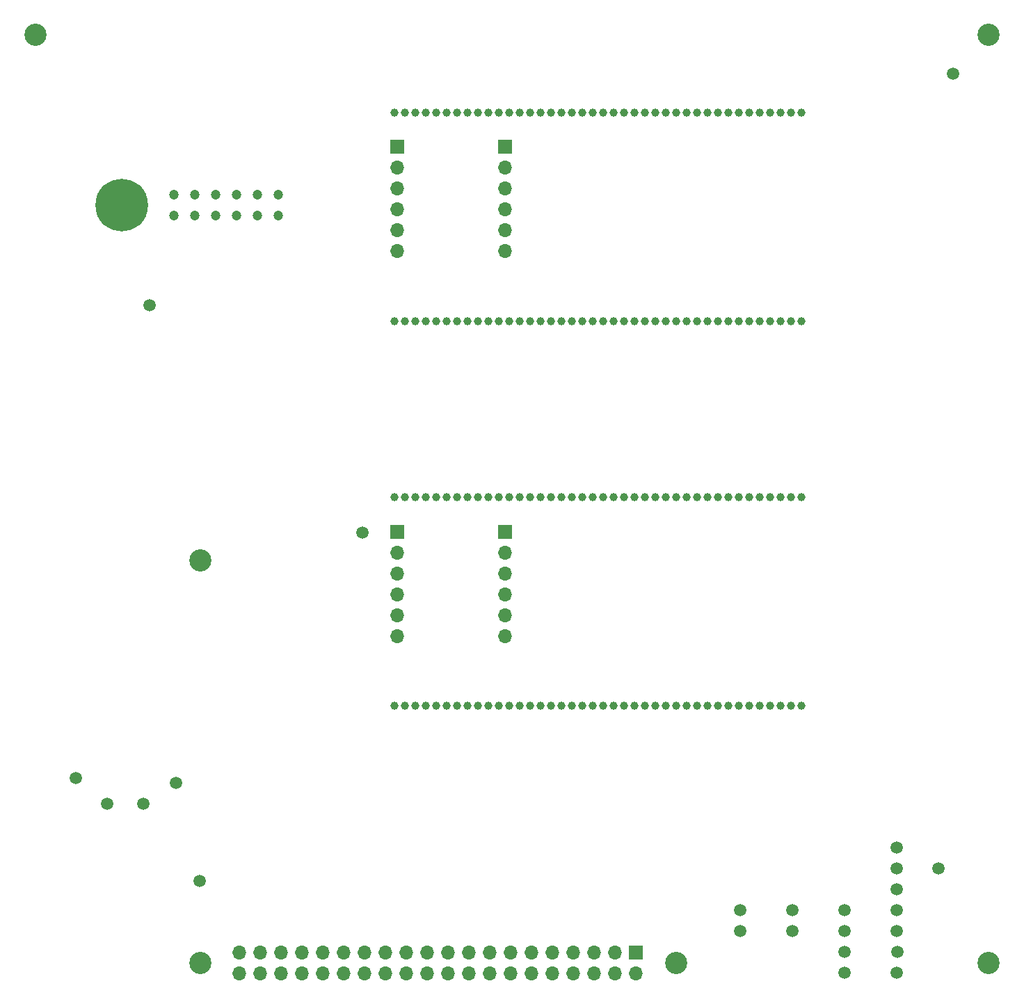
<source format=gbs>
G04 #@! TF.GenerationSoftware,KiCad,Pcbnew,(5.1.8)-1*
G04 #@! TF.CreationDate,2021-03-08T00:14:45+09:00*
G04 #@! TF.ProjectId,mifune_TE0890_remote_board,6d696675-6e65-45f5-9445-303839305f72,rev?*
G04 #@! TF.SameCoordinates,Original*
G04 #@! TF.FileFunction,Soldermask,Bot*
G04 #@! TF.FilePolarity,Negative*
%FSLAX46Y46*%
G04 Gerber Fmt 4.6, Leading zero omitted, Abs format (unit mm)*
G04 Created by KiCad (PCBNEW (5.1.8)-1) date 2021-03-08 00:14:45*
%MOMM*%
%LPD*%
G01*
G04 APERTURE LIST*
%ADD10C,1.000000*%
%ADD11C,2.700000*%
%ADD12R,1.700000X1.700000*%
%ADD13O,1.700000X1.700000*%
%ADD14C,1.500000*%
%ADD15C,1.200000*%
%ADD16C,6.400000*%
G04 APERTURE END LIST*
D10*
G04 #@! TO.C,U6*
X88953000Y-129057000D03*
X88953000Y-154457000D03*
X90223000Y-129057000D03*
X90223000Y-154457000D03*
X91493000Y-129057000D03*
X91493000Y-154457000D03*
X92763000Y-129057000D03*
X92763000Y-154457000D03*
X94033000Y-129057000D03*
X94033000Y-154457000D03*
X95303000Y-129057000D03*
X95303000Y-154457000D03*
X96573000Y-129057000D03*
X96573000Y-154457000D03*
X97843000Y-129057000D03*
X97843000Y-154457000D03*
X99113000Y-129057000D03*
X99113000Y-154457000D03*
X100383000Y-129057000D03*
X100383000Y-154457000D03*
X101653000Y-129057000D03*
X101653000Y-154457000D03*
X102923000Y-129057000D03*
X102923000Y-154457000D03*
X104193000Y-129057000D03*
X104193000Y-154457000D03*
X105463000Y-129057000D03*
X105463000Y-154457000D03*
X106733000Y-129057000D03*
X106733000Y-154457000D03*
X108003000Y-129057000D03*
X108003000Y-154457000D03*
X109273000Y-129057000D03*
X109273000Y-154457000D03*
X110543000Y-129057000D03*
X110543000Y-154457000D03*
X111813000Y-129057000D03*
X111813000Y-154457000D03*
X113083000Y-129057000D03*
X113083000Y-154457000D03*
X114353000Y-129057000D03*
X114353000Y-154457000D03*
X115623000Y-129057000D03*
X115623000Y-154457000D03*
X116893000Y-129057000D03*
X116893000Y-154457000D03*
X118163000Y-129057000D03*
X118163000Y-154457000D03*
X119433000Y-129057000D03*
X119433000Y-154457000D03*
X120703000Y-129057000D03*
X120703000Y-154457000D03*
X121973000Y-129057000D03*
X121973000Y-154457000D03*
X123243000Y-129057000D03*
X123243000Y-154457000D03*
X124513000Y-129057000D03*
X124513000Y-154457000D03*
X125783000Y-129057000D03*
X125783000Y-154457000D03*
X127053000Y-129057000D03*
X127053000Y-154457000D03*
X128323000Y-129057000D03*
X128323000Y-154457000D03*
X129593000Y-129057000D03*
X129593000Y-154457000D03*
X130863000Y-129057000D03*
X130863000Y-154457000D03*
X132133000Y-129057000D03*
X132133000Y-154457000D03*
X133403000Y-129057000D03*
X133403000Y-154457000D03*
X134673000Y-129057000D03*
X134673000Y-154457000D03*
X135943000Y-129057000D03*
X135943000Y-154457000D03*
X137213000Y-129057000D03*
X137213000Y-154457000D03*
X138483000Y-129057000D03*
X138483000Y-154457000D03*
G04 #@! TD*
G04 #@! TO.C,U3*
X138481000Y-107587800D03*
X138481000Y-82187800D03*
X137211000Y-107587800D03*
X137211000Y-82187800D03*
X135941000Y-107587800D03*
X135941000Y-82187800D03*
X134671000Y-107587800D03*
X134671000Y-82187800D03*
X133401000Y-107587800D03*
X133401000Y-82187800D03*
X132131000Y-107587800D03*
X132131000Y-82187800D03*
X130861000Y-107587800D03*
X130861000Y-82187800D03*
X129591000Y-107587800D03*
X129591000Y-82187800D03*
X128321000Y-107587800D03*
X128321000Y-82187800D03*
X127051000Y-107587800D03*
X127051000Y-82187800D03*
X125781000Y-107587800D03*
X125781000Y-82187800D03*
X124511000Y-107587800D03*
X124511000Y-82187800D03*
X123241000Y-107587800D03*
X123241000Y-82187800D03*
X121971000Y-107587800D03*
X121971000Y-82187800D03*
X120701000Y-107587800D03*
X120701000Y-82187800D03*
X119431000Y-107587800D03*
X119431000Y-82187800D03*
X118161000Y-107587800D03*
X118161000Y-82187800D03*
X116891000Y-107587800D03*
X116891000Y-82187800D03*
X115621000Y-107587800D03*
X115621000Y-82187800D03*
X114351000Y-107587800D03*
X114351000Y-82187800D03*
X113081000Y-107587800D03*
X113081000Y-82187800D03*
X111811000Y-107587800D03*
X111811000Y-82187800D03*
X110541000Y-107587800D03*
X110541000Y-82187800D03*
X109271000Y-107587800D03*
X109271000Y-82187800D03*
X108001000Y-107587800D03*
X108001000Y-82187800D03*
X106731000Y-107587800D03*
X106731000Y-82187800D03*
X105461000Y-107587800D03*
X105461000Y-82187800D03*
X104191000Y-107587800D03*
X104191000Y-82187800D03*
X102921000Y-107587800D03*
X102921000Y-82187800D03*
X101651000Y-107587800D03*
X101651000Y-82187800D03*
X100381000Y-107587800D03*
X100381000Y-82187800D03*
X99111000Y-107587800D03*
X99111000Y-82187800D03*
X97841000Y-107587800D03*
X97841000Y-82187800D03*
X96571000Y-107587800D03*
X96571000Y-82187800D03*
X95301000Y-107587800D03*
X95301000Y-82187800D03*
X94031000Y-107587800D03*
X94031000Y-82187800D03*
X92761000Y-107587800D03*
X92761000Y-82187800D03*
X91491000Y-107587800D03*
X91491000Y-82187800D03*
X90221000Y-107587800D03*
X90221000Y-82187800D03*
X88951000Y-107587800D03*
X88951000Y-82187800D03*
G04 #@! TD*
D11*
G04 #@! TO.C,H1*
X123247000Y-185730000D03*
G04 #@! TD*
G04 #@! TO.C,H2*
X65347400Y-185730000D03*
G04 #@! TD*
G04 #@! TO.C,H3*
X65363400Y-136746000D03*
G04 #@! TD*
D12*
G04 #@! TO.C,J1*
X118364000Y-184450000D03*
D13*
X118364000Y-186990000D03*
X115824000Y-184450000D03*
X115824000Y-186990000D03*
X113284000Y-184450000D03*
X113284000Y-186990000D03*
X110744000Y-184450000D03*
X110744000Y-186990000D03*
X108204000Y-184450000D03*
X108204000Y-186990000D03*
X105664000Y-184450000D03*
X105664000Y-186990000D03*
X103124000Y-184450000D03*
X103124000Y-186990000D03*
X100584000Y-184450000D03*
X100584000Y-186990000D03*
X98044000Y-184450000D03*
X98044000Y-186990000D03*
X95504000Y-184450000D03*
X95504000Y-186990000D03*
X92964000Y-184450000D03*
X92964000Y-186990000D03*
X90424000Y-184450000D03*
X90424000Y-186990000D03*
X87884000Y-184450000D03*
X87884000Y-186990000D03*
X85344000Y-184450000D03*
X85344000Y-186990000D03*
X82804000Y-184450000D03*
X82804000Y-186990000D03*
X80264000Y-184450000D03*
X80264000Y-186990000D03*
X77724000Y-184450000D03*
X77724000Y-186990000D03*
X75184000Y-184450000D03*
X75184000Y-186990000D03*
X72644000Y-184450000D03*
X72644000Y-186990000D03*
X70104000Y-184450000D03*
X70104000Y-186990000D03*
G04 #@! TD*
D14*
G04 #@! TO.C,J2*
X131064000Y-181864000D03*
G04 #@! TD*
G04 #@! TO.C,J3*
X131064000Y-179324000D03*
G04 #@! TD*
G04 #@! TO.C,J4*
X137414000Y-181864000D03*
G04 #@! TD*
G04 #@! TO.C,J5*
X137414000Y-179324000D03*
G04 #@! TD*
G04 #@! TO.C,J6*
X150114000Y-174244000D03*
G04 #@! TD*
G04 #@! TO.C,J7*
X150114000Y-186944000D03*
G04 #@! TD*
G04 #@! TO.C,J8*
X150114000Y-179324000D03*
G04 #@! TD*
G04 #@! TO.C,J9*
X150114000Y-181864000D03*
G04 #@! TD*
G04 #@! TO.C,J10*
X150114000Y-176784000D03*
G04 #@! TD*
G04 #@! TO.C,J11*
X150114000Y-171704000D03*
G04 #@! TD*
G04 #@! TO.C,J12*
X150139000Y-184404000D03*
G04 #@! TD*
G04 #@! TO.C,J13*
X143764000Y-186944000D03*
G04 #@! TD*
G04 #@! TO.C,J14*
X143764000Y-184404000D03*
G04 #@! TD*
G04 #@! TO.C,J15*
X143764000Y-181864000D03*
G04 #@! TD*
G04 #@! TO.C,J16*
X143764000Y-179324000D03*
G04 #@! TD*
G04 #@! TO.C,J17*
X50165000Y-163195000D03*
G04 #@! TD*
G04 #@! TO.C,J18*
X53975000Y-166370000D03*
G04 #@! TD*
G04 #@! TO.C,J19*
X62357000Y-163830000D03*
G04 #@! TD*
G04 #@! TO.C,J20*
X58420000Y-166370000D03*
G04 #@! TD*
G04 #@! TO.C,J21*
X85090000Y-133350000D03*
G04 #@! TD*
D12*
G04 #@! TO.C,U1*
X102390000Y-86366100D03*
D13*
X102390000Y-88906100D03*
X102390000Y-91446100D03*
X102390000Y-93986100D03*
X102390000Y-96526100D03*
X102390000Y-99066100D03*
G04 #@! TD*
D15*
G04 #@! TO.C,U2*
X67208400Y-94767400D03*
X69748400Y-92227400D03*
X67208400Y-92227400D03*
X69748400Y-94767400D03*
X64668400Y-94767400D03*
X72288400Y-92227400D03*
X64668400Y-92227400D03*
X72288400Y-94767400D03*
X62128400Y-94767400D03*
X74828400Y-92227400D03*
X62128400Y-92227400D03*
X74828400Y-94767400D03*
D16*
X55778400Y-93497400D03*
G04 #@! TD*
D13*
G04 #@! TO.C,U4*
X89291200Y-99066100D03*
X89291200Y-96526100D03*
X89291200Y-93986100D03*
X89291200Y-91446100D03*
X89291200Y-88906100D03*
D12*
X89291200Y-86366100D03*
G04 #@! TD*
G04 #@! TO.C,U5*
X102390000Y-133246000D03*
D13*
X102390000Y-135786000D03*
X102390000Y-138326000D03*
X102390000Y-140866000D03*
X102390000Y-143406000D03*
X102390000Y-145946000D03*
G04 #@! TD*
G04 #@! TO.C,U7*
X89298800Y-145941000D03*
X89298800Y-143401000D03*
X89298800Y-140861000D03*
X89298800Y-138321000D03*
X89298800Y-135781000D03*
D12*
X89298800Y-133241000D03*
G04 #@! TD*
D11*
G04 #@! TO.C,H4*
X45260000Y-72740000D03*
G04 #@! TD*
G04 #@! TO.C,H5*
X161270000Y-72740000D03*
G04 #@! TD*
G04 #@! TO.C,H6*
X161270000Y-185730000D03*
G04 #@! TD*
D14*
G04 #@! TO.C,J22*
X59182000Y-105664000D03*
G04 #@! TD*
G04 #@! TO.C,J23*
X65278000Y-175768000D03*
G04 #@! TD*
G04 #@! TO.C,J24*
X156972000Y-77470000D03*
G04 #@! TD*
G04 #@! TO.C,J25*
X155194000Y-174244000D03*
G04 #@! TD*
M02*

</source>
